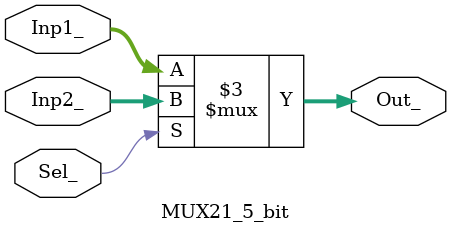
<source format=v>
module MUX21_5_bit(
    input [4:0] Inp1_,    // Input signal 1, 5 bits wide
    input [4:0] Inp2_,    // Input signal 2, 5 bits wide
    input Sel_,           // Select signal
    output reg [4:0] Out_ // Output signal, 5 bits wide
);

always @(*) begin

    if (Sel_) // If the select signal is true (non-zero)
    begin
        Out_ = Inp2_; // Set the output to the value of Inp2
    end 
    else 
    begin
        Out_ = Inp1_; // Otherwise, set the output to the value of Inp1
    end

end
endmodule

</source>
